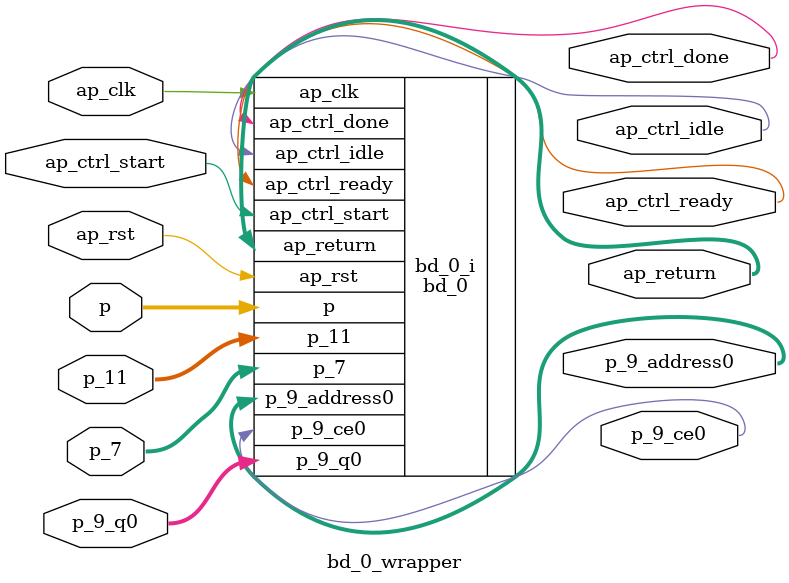
<source format=v>
`timescale 1 ps / 1 ps

module bd_0_wrapper
   (ap_clk,
    ap_ctrl_done,
    ap_ctrl_idle,
    ap_ctrl_ready,
    ap_ctrl_start,
    ap_return,
    ap_rst,
    p,
    p_11,
    p_7,
    p_9_address0,
    p_9_ce0,
    p_9_q0);
  input ap_clk;
  output ap_ctrl_done;
  output ap_ctrl_idle;
  output ap_ctrl_ready;
  input ap_ctrl_start;
  output [63:0]ap_return;
  input ap_rst;
  input [31:0]p;
  input [31:0]p_11;
  input [7:0]p_7;
  output [3:0]p_9_address0;
  output p_9_ce0;
  input [63:0]p_9_q0;

  wire ap_clk;
  wire ap_ctrl_done;
  wire ap_ctrl_idle;
  wire ap_ctrl_ready;
  wire ap_ctrl_start;
  wire [63:0]ap_return;
  wire ap_rst;
  wire [31:0]p;
  wire [31:0]p_11;
  wire [7:0]p_7;
  wire [3:0]p_9_address0;
  wire p_9_ce0;
  wire [63:0]p_9_q0;

  bd_0 bd_0_i
       (.ap_clk(ap_clk),
        .ap_ctrl_done(ap_ctrl_done),
        .ap_ctrl_idle(ap_ctrl_idle),
        .ap_ctrl_ready(ap_ctrl_ready),
        .ap_ctrl_start(ap_ctrl_start),
        .ap_return(ap_return),
        .ap_rst(ap_rst),
        .p(p),
        .p_11(p_11),
        .p_7(p_7),
        .p_9_address0(p_9_address0),
        .p_9_ce0(p_9_ce0),
        .p_9_q0(p_9_q0));
endmodule

</source>
